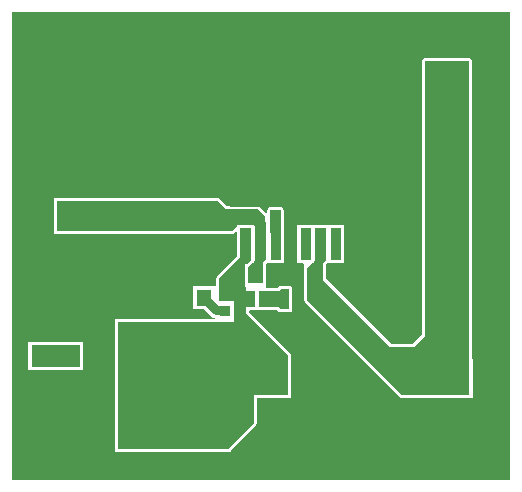
<source format=gtl>
G04*
G04 #@! TF.GenerationSoftware,Altium Limited,Altium Designer,22.7.1 (60)*
G04*
G04 Layer_Physical_Order=1*
G04 Layer_Color=255*
%FSLAX44Y44*%
%MOMM*%
G71*
G04*
G04 #@! TF.SameCoordinates,592D77DD-D8C5-47A4-952F-68E34D40BC98*
G04*
G04*
G04 #@! TF.FilePolarity,Positive*
G04*
G01*
G75*
%ADD18R,2.4500X2.5500*%
%ADD19R,10.4140X10.4648*%
%ADD20R,0.8636X2.6924*%
%ADD21R,2.5500X2.4500*%
%ADD22R,1.3000X1.4000*%
%ADD23R,0.9500X0.8500*%
%ADD24R,9.3000X10.7500*%
%ADD25R,4.1500X1.8500*%
%ADD26R,2.9200X2.7900*%
%ADD37C,0.7620*%
%ADD38C,0.5588*%
G36*
X1223518Y498348D02*
X802132D01*
Y895096D01*
X1223518D01*
Y498348D01*
D02*
G37*
%LPC*%
G36*
X839724Y737412D02*
X838733Y737215D01*
X838612Y737134D01*
X837380D01*
Y735886D01*
X837331Y735813D01*
X837134Y734822D01*
Y709168D01*
X837331Y708177D01*
X837380Y708104D01*
Y706554D01*
X866960D01*
Y706578D01*
X941266D01*
Y706554D01*
X970846D01*
Y706578D01*
X987806D01*
X988797Y706775D01*
X989637Y707337D01*
X991409Y709108D01*
X992582Y708622D01*
Y688397D01*
X975561Y671375D01*
X974999Y670535D01*
X974802Y669544D01*
Y654187D01*
X973532Y653509D01*
X973350Y653630D01*
Y662574D01*
X955270D01*
Y643494D01*
X964194D01*
X970118Y637570D01*
X972218Y636166D01*
X973467Y635918D01*
X973342Y634648D01*
X888728D01*
Y632112D01*
X888696Y631952D01*
Y524764D01*
X888728Y524604D01*
Y522068D01*
X986808D01*
Y523660D01*
X1008179Y545031D01*
X1008741Y545871D01*
X1008938Y546862D01*
Y567640D01*
X1035558D01*
X1035909Y567710D01*
X1038078D01*
Y569879D01*
X1038148Y570230D01*
Y604266D01*
X1037951Y605257D01*
X1037389Y606097D01*
X1002533Y640954D01*
X1003058Y642224D01*
X1026436D01*
X1026436Y642224D01*
Y642224D01*
X1027294Y641379D01*
X1027377Y641297D01*
X1028217Y640735D01*
X1029208Y640538D01*
X1036574D01*
X1037565Y640735D01*
X1038405Y641297D01*
X1038967Y642137D01*
X1039164Y643128D01*
Y657859D01*
X1038967Y658850D01*
X1038967Y658850D01*
X1038656Y659600D01*
Y660654D01*
X1038459Y661645D01*
X1037897Y662485D01*
X1037057Y663047D01*
X1036066Y663244D01*
X1029462D01*
X1028471Y663047D01*
X1027631Y662485D01*
X1027286Y662140D01*
X1026436Y661304D01*
Y661304D01*
X1026436Y661304D01*
X1017726D01*
X1017040Y662290D01*
Y664843D01*
X1017066Y664972D01*
Y681679D01*
X1017630Y682244D01*
X1031748D01*
Y707394D01*
X1031798Y707644D01*
Y727202D01*
X1031601Y728193D01*
X1031039Y729033D01*
X1030199Y729595D01*
X1029208Y729792D01*
X1020572D01*
X1019581Y729595D01*
X1018741Y729033D01*
X1018179Y728193D01*
X1017982Y727202D01*
Y724700D01*
X1016809Y724214D01*
X1011481Y729541D01*
X1010641Y730103D01*
X1009650Y730300D01*
X983799D01*
X977445Y736653D01*
X976605Y737215D01*
X975614Y737412D01*
X839724Y737412D01*
D02*
G37*
G36*
X1188540Y856038D02*
X1157960D01*
Y856030D01*
X1151382D01*
X1150391Y855833D01*
X1149551Y855271D01*
X1148989Y854431D01*
X1148792Y853440D01*
Y621849D01*
X1140911Y613968D01*
X1123228D01*
X1067358Y669208D01*
Y681171D01*
X1068430Y682244D01*
X1082548D01*
Y714248D01*
X1067558D01*
X1067308Y714298D01*
X1058672D01*
X1058422Y714248D01*
X1043432D01*
Y683260D01*
D01*
Y682244D01*
X1048342D01*
X1049250Y681370D01*
Y678055D01*
X1049224Y677926D01*
Y664972D01*
Y651002D01*
X1049421Y650011D01*
X1049983Y649171D01*
X1130501Y568653D01*
X1131341Y568091D01*
X1132332Y567894D01*
X1157498D01*
Y567710D01*
X1191778D01*
Y600690D01*
X1191310D01*
Y853186D01*
X1191113Y854177D01*
X1190551Y855017D01*
X1190297Y855271D01*
X1189457Y855833D01*
X1188540Y856015D01*
Y856038D01*
D02*
G37*
G36*
X862058Y615548D02*
X815478D01*
Y591968D01*
X862058D01*
Y615548D01*
D02*
G37*
%LPD*%
G36*
X1029208Y707644D02*
X1020572D01*
Y727202D01*
X1029208D01*
Y707644D01*
D02*
G37*
G36*
X975614Y734822D02*
X982726Y727710D01*
X1009650D01*
X1016236Y721124D01*
X1016000Y720244D01*
Y717904D01*
X1016508Y716008D01*
Y711708D01*
Y684784D01*
X1014476Y682752D01*
Y664972D01*
X1001522D01*
Y678688D01*
X1005078Y682244D01*
X1006348D01*
Y683514D01*
X1007872Y685038D01*
Y712724D01*
X1006348Y714248D01*
X1004058D01*
X1003808Y714298D01*
X995172D01*
X994922Y714248D01*
X992632D01*
Y713994D01*
X987806Y709168D01*
X839724D01*
Y734822D01*
X975614Y734822D01*
D02*
G37*
G36*
X1036066Y659085D02*
X1036574Y657859D01*
Y643128D01*
X1029208D01*
X1027430Y644906D01*
X1010920Y644906D01*
Y658622D01*
X1027430D01*
X1029462Y660654D01*
X1036066D01*
Y659085D01*
D02*
G37*
G36*
X1003808Y684784D02*
X1000394Y681370D01*
X998960D01*
Y678828D01*
X998932Y678688D01*
Y664972D01*
X998960Y664832D01*
Y662290D01*
X999490D01*
Y640334D01*
X1035558Y604266D01*
Y570230D01*
X1006348D01*
Y546862D01*
X984250Y524764D01*
X891286D01*
Y631952D01*
X989330D01*
Y634918D01*
X989508D01*
Y648498D01*
X989330D01*
Y650494D01*
X977392D01*
Y669544D01*
X995172Y687324D01*
Y711708D01*
X1003808D01*
Y684784D01*
D02*
G37*
G36*
X1188720Y853186D02*
Y598170D01*
X1188974D01*
Y570589D01*
X1188720Y570484D01*
X1132332D01*
X1051814Y651002D01*
Y664972D01*
Y677926D01*
X1056132Y682244D01*
X1057148D01*
Y683260D01*
X1058672Y684784D01*
Y711708D01*
X1067308D01*
Y684784D01*
X1064768Y682244D01*
Y668127D01*
X1122164Y611378D01*
X1141984D01*
X1151382Y620776D01*
Y853440D01*
X1188466D01*
X1188720Y853186D01*
D02*
G37*
D18*
X956056Y721844D02*
D03*
Y782344D02*
D03*
X904240Y722098D02*
D03*
Y782598D02*
D03*
X852170Y721844D02*
D03*
Y782344D02*
D03*
D19*
X1037590Y782574D02*
D03*
D20*
X1075690Y698246D02*
D03*
X1062990D02*
D03*
X1050290D02*
D03*
X1037590D02*
D03*
X1024890D02*
D03*
X1012190D02*
D03*
X999490D02*
D03*
D21*
X1173250Y841248D02*
D03*
X1112750D02*
D03*
X1172234Y791210D02*
D03*
X1111734D02*
D03*
X1172234Y740156D02*
D03*
X1111734D02*
D03*
X1171726Y688594D02*
D03*
X1111226D02*
D03*
D22*
X1042290Y671830D02*
D03*
X1058290D02*
D03*
X1024000D02*
D03*
X1008000D02*
D03*
X1001396Y651764D02*
D03*
X1017396D02*
D03*
X964310Y653034D02*
D03*
X948310D02*
D03*
D23*
X982218Y654708D02*
D03*
Y641708D02*
D03*
D24*
X937768Y578358D02*
D03*
D25*
X838768Y552958D02*
D03*
Y603758D02*
D03*
D26*
X1174638Y584200D02*
D03*
X1020938D02*
D03*
D37*
X964310Y652534D02*
X974696Y642148D01*
X981778D01*
X964310Y652534D02*
Y653034D01*
X981778Y642148D02*
X982218Y641708D01*
D38*
X1193800Y863600D02*
D03*
X1206500Y838200D02*
D03*
Y787400D02*
D03*
Y736600D02*
D03*
Y685800D02*
D03*
Y635000D02*
D03*
Y584200D02*
D03*
X1193800Y558800D02*
D03*
X1206500Y533400D02*
D03*
X1193800Y508000D02*
D03*
X1168400Y863600D02*
D03*
Y558800D02*
D03*
X1181100Y533400D02*
D03*
X1168400Y508000D02*
D03*
X1143000Y863600D02*
D03*
Y812800D02*
D03*
Y762000D02*
D03*
Y711200D02*
D03*
Y660400D02*
D03*
Y558800D02*
D03*
X1155700Y533400D02*
D03*
X1143000Y508000D02*
D03*
X1117600Y863600D02*
D03*
Y812800D02*
D03*
Y762000D02*
D03*
Y711200D02*
D03*
Y660400D02*
D03*
X1130300Y635000D02*
D03*
X1117600Y558800D02*
D03*
X1130300Y533400D02*
D03*
X1117600Y508000D02*
D03*
X1092200Y863600D02*
D03*
Y711200D02*
D03*
Y660400D02*
D03*
X1104900Y584200D02*
D03*
X1092200Y558800D02*
D03*
X1104900Y533400D02*
D03*
X1092200Y508000D02*
D03*
X1066800Y863600D02*
D03*
Y609600D02*
D03*
X1079500Y584200D02*
D03*
X1066800Y558800D02*
D03*
X1079500Y533400D02*
D03*
X1066800Y508000D02*
D03*
X1041400Y863600D02*
D03*
Y609600D02*
D03*
X1054100Y584200D02*
D03*
X1041400Y558800D02*
D03*
X1054100Y533400D02*
D03*
X1041400Y508000D02*
D03*
X1016000Y863600D02*
D03*
X1028700Y635000D02*
D03*
X1016000Y558800D02*
D03*
X1028700Y533400D02*
D03*
X1016000Y508000D02*
D03*
X990600Y863600D02*
D03*
X1003300Y533400D02*
D03*
X990600Y508000D02*
D03*
X965200Y863600D02*
D03*
X977900Y838200D02*
D03*
X965200Y812800D02*
D03*
X977900Y787400D02*
D03*
X965200Y762000D02*
D03*
X977900Y685800D02*
D03*
X965200Y508000D02*
D03*
X939800Y863600D02*
D03*
X952500Y838200D02*
D03*
X939800Y812800D02*
D03*
Y762000D02*
D03*
X952500Y685800D02*
D03*
X939800Y508000D02*
D03*
X914400Y863600D02*
D03*
X927100Y838200D02*
D03*
X914400Y812800D02*
D03*
X927100Y787400D02*
D03*
X914400Y762000D02*
D03*
X927100Y685800D02*
D03*
X914400Y660400D02*
D03*
Y508000D02*
D03*
X889000Y863600D02*
D03*
X901700Y838200D02*
D03*
X889000Y812800D02*
D03*
Y762000D02*
D03*
X901700Y685800D02*
D03*
X889000Y660400D02*
D03*
Y508000D02*
D03*
X863600Y863600D02*
D03*
X876300Y838200D02*
D03*
X863600Y812800D02*
D03*
X876300Y787400D02*
D03*
X863600Y762000D02*
D03*
X876300Y685800D02*
D03*
X863600Y660400D02*
D03*
X876300Y635000D02*
D03*
Y584200D02*
D03*
X863600Y558800D02*
D03*
X876300Y533400D02*
D03*
X863600Y508000D02*
D03*
X838200Y863600D02*
D03*
X850900Y838200D02*
D03*
X838200Y812800D02*
D03*
Y762000D02*
D03*
X850900Y685800D02*
D03*
X838200Y660400D02*
D03*
X850900Y635000D02*
D03*
Y584200D02*
D03*
Y533400D02*
D03*
X838200Y508000D02*
D03*
X812800Y863600D02*
D03*
X825500Y838200D02*
D03*
X812800Y812800D02*
D03*
X825500Y787400D02*
D03*
X812800Y762000D02*
D03*
X825500Y736600D02*
D03*
X812800Y711200D02*
D03*
X825500Y685800D02*
D03*
X812800Y660400D02*
D03*
X825500Y635000D02*
D03*
Y584200D02*
D03*
X812800Y508000D02*
D03*
X1112012Y858266D02*
D03*
X1130046Y840232D02*
D03*
X1111250Y824230D02*
D03*
X1111758Y807974D02*
D03*
X1130046Y791718D02*
D03*
X1112012Y774954D02*
D03*
X1110996Y757682D02*
D03*
X1130046Y740918D02*
D03*
X1111504Y723392D02*
D03*
X1130046Y696722D02*
D03*
X1129792Y687578D02*
D03*
Y678434D02*
D03*
X1073404Y617982D02*
D03*
X1065276Y626618D02*
D03*
X1056640Y634492D02*
D03*
X1048004Y642620D02*
D03*
X1112266Y632460D02*
D03*
X1102868Y642366D02*
D03*
X1093216Y650748D02*
D03*
X1084580Y659384D02*
D03*
X1076960Y666750D02*
D03*
X1072134Y674624D02*
D03*
X1074166Y718566D02*
D03*
X1062482D02*
D03*
X1052068D02*
D03*
X1043432Y651256D02*
D03*
Y659892D02*
D03*
X948182Y640334D02*
D03*
X936244Y653034D02*
D03*
X947674Y664972D02*
D03*
X964692Y799084D02*
D03*
X956056D02*
D03*
X946658D02*
D03*
X912876Y799338D02*
D03*
X904240Y799592D02*
D03*
X895096D02*
D03*
X860806Y799846D02*
D03*
X851916Y799592D02*
D03*
X842772Y799846D02*
D03*
X1059688Y800100D02*
D03*
X1017016Y802132D02*
D03*
X1057656Y764794D02*
D03*
X1017524Y765048D02*
D03*
X1074166Y748538D02*
D03*
X1038352Y747776D02*
D03*
X997204Y747522D02*
D03*
X1073404Y783590D02*
D03*
X1037590Y783336D02*
D03*
X998728Y783590D02*
D03*
X1074166Y818134D02*
D03*
X1037844Y817626D02*
D03*
X997458Y817118D02*
D03*
X1094232Y849630D02*
D03*
X1094486Y842010D02*
D03*
X1094740Y833120D02*
D03*
X1093724Y798068D02*
D03*
X1093978Y789940D02*
D03*
Y781812D02*
D03*
X1094486Y747776D02*
D03*
X1094232Y739140D02*
D03*
Y731012D02*
D03*
X1092454Y695198D02*
D03*
Y687070D02*
D03*
X1092708Y678688D02*
D03*
X1037336Y722884D02*
D03*
Y715772D02*
D03*
X1037590Y681736D02*
D03*
X810768Y567436D02*
D03*
X821182Y567690D02*
D03*
X821436Y537972D02*
D03*
X810514Y537718D02*
D03*
Y547878D02*
D03*
Y557276D02*
D03*
X1024890Y716788D02*
D03*
Y723138D02*
D03*
X1032256Y648208D02*
D03*
Y656082D02*
D03*
M02*

</source>
